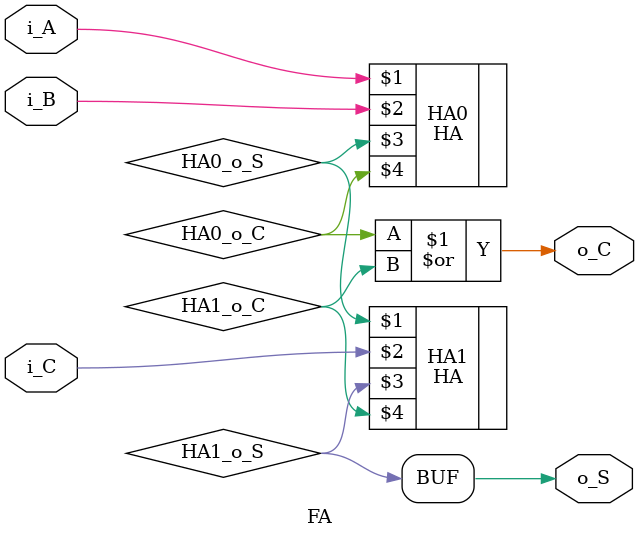
<source format=v>
module FA(i_A, i_B, i_C, o_S, o_C);
    
    input i_A, i_B, i_C;
    output o_S, o_C;
    
    wire HA0_o_S, HA0_o_C;
    wire HA1_o_S, HA1_o_C;
    
    HA HA0(i_A, i_B, HA0_o_S, HA0_o_C);
    HA HA1(HA0_o_S, i_C, HA1_o_S, HA1_o_C);
    
    assign o_S = HA1_o_S;
    assign o_C = HA0_o_C | HA1_o_C;
    
endmodule

</source>
